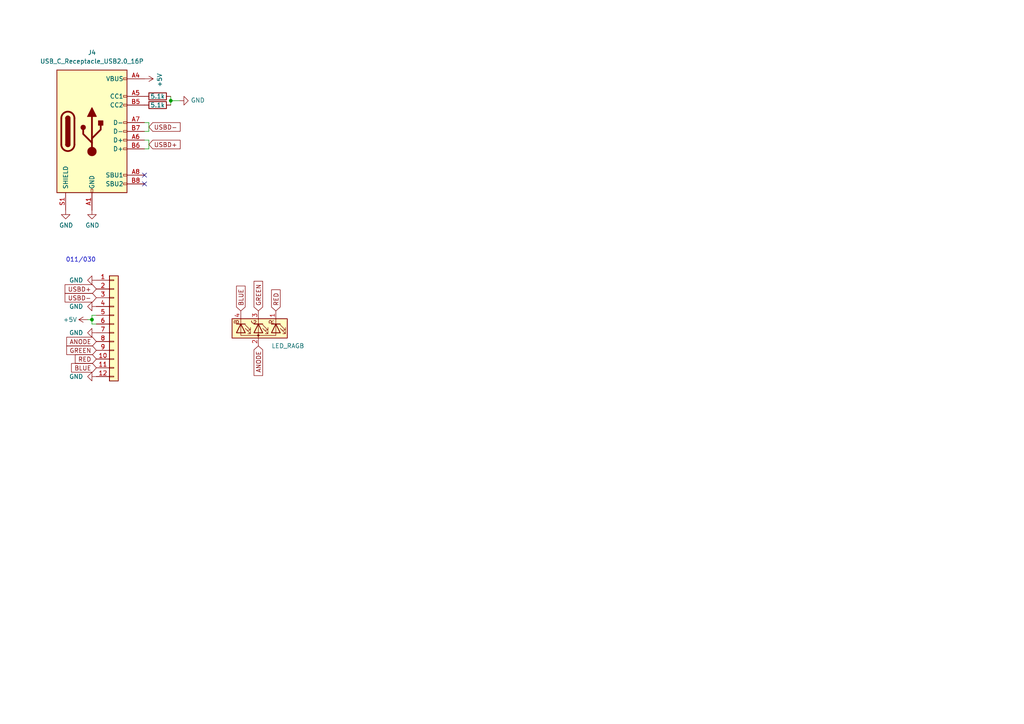
<source format=kicad_sch>
(kicad_sch (version 20231120) (generator "eeschema") (generator_version "8.0")
  (paper "A4")
  (lib_symbols
    (symbol "Connector:USB_C_Receptacle_USB2.0_16P" (pin_names (offset 1.016))
      (property "Reference" "J" (at 0 22.225 0))
      (property "Value" "USB_C_Receptacle_USB2.0_16P" (at 0 19.685 0))
      (symbol "USB_C_Receptacle_USB2.0_16P_0_0"
        (rectangle (start -0.254 -17.78) (end 0.254 -16.764))
        (rectangle (start 10.16 -14.986) (end 9.144 -15.494))
        (rectangle (start 10.16 -12.446) (end 9.144 -12.954))
        (rectangle (start 10.16 -4.826) (end 9.144 -5.334))
        (rectangle (start 10.16 -2.286) (end 9.144 -2.794))
        (rectangle (start 10.16 0.254) (end 9.144 -0.254))
        (rectangle (start 10.16 2.794) (end 9.144 2.286))
        (rectangle (start 10.16 7.874) (end 9.144 7.366))
        (rectangle (start 10.16 10.414) (end 9.144 9.906))
        (rectangle (start 10.16 15.494) (end 9.144 14.986))
      )
      (symbol "USB_C_Receptacle_USB2.0_16P_0_1"
        (rectangle (start -10.16 17.78) (end 10.16 -17.78) (stroke (width 0.254)) (fill (type background)))
        (arc (start -8.89 -3.81) (mid -6.985 -5.7067) (end -5.08 -3.81) (stroke (width 0.508)))
        (arc (start -7.62 -3.81) (mid -6.985 -4.4423) (end -6.35 -3.81) (stroke (width 0.254)))
        (arc (start -7.62 -3.81) (mid -6.985 -4.4423) (end -6.35 -3.81) (stroke (width 0.254)) (fill (type outline)))
        (rectangle (start -7.62 -3.81) (end -6.35 3.81) (stroke (width 0.254)) (fill (type outline)))
        (arc (start -6.35 3.81) (mid -6.985 4.4423) (end -7.62 3.81) (stroke (width 0.254)))
        (arc (start -6.35 3.81) (mid -6.985 4.4423) (end -7.62 3.81) (stroke (width 0.254)) (fill (type outline)))
        (arc (start -5.08 3.81) (mid -6.985 5.7067) (end -8.89 3.81) (stroke (width 0.508)))
        (circle (center -2.54 1.143) (radius 0.635) (stroke (width 0.254)) (fill (type outline)))
        (circle (center 0 -5.842) (radius 1.27) (fill (type outline)))
        (polyline (pts (xy -8.89 -3.81) (xy -8.89 3.81)) (stroke (width 0.508)))
        (polyline (pts (xy -5.08 3.81) (xy -5.08 -3.81)) (stroke (width 0.508)))
        (polyline (pts (xy 0 -5.842) (xy 0 4.318)) (stroke (width 0.508)))
        (polyline (pts (xy 0 -3.302) (xy -2.54 -0.762) (xy -2.54 0.508)) (stroke (width 0.508)))
        (polyline (pts (xy 0 -2.032) (xy 2.54 0.508) (xy 2.54 1.778)) (stroke (width 0.508)))
        (polyline (pts (xy -1.27 4.318) (xy 0 6.858) (xy 1.27 4.318) (xy -1.27 4.318)) (stroke (width 0.254)) (fill (type outline)))
        (rectangle (start 1.905 1.778) (end 3.175 3.048) (stroke (width 0.254)) (fill (type outline)))
      )
      (symbol "USB_C_Receptacle_USB2.0_16P_1_1"
        (pin passive line (at 0 -22.86 90) (length 5.08) (name "GND") (number "A1"))
        (pin passive line (at 0 -22.86 90) (length 5.08) hide (name "GND") (number "A12"))
        (pin passive line (at 15.24 15.24 180) (length 5.08) (name "VBUS") (number "A4"))
        (pin bidirectional line (at 15.24 10.16 180) (length 5.08) (name "CC1") (number "A5"))
        (pin bidirectional line (at 15.24 -2.54 180) (length 5.08) (name "D+") (number "A6"))
        (pin bidirectional line (at 15.24 2.54 180) (length 5.08) (name "D-") (number "A7"))
        (pin bidirectional line (at 15.24 -12.7 180) (length 5.08) (name "SBU1") (number "A8"))
        (pin passive line (at 15.24 15.24 180) (length 5.08) hide (name "VBUS") (number "A9"))
        (pin passive line (at 0 -22.86 90) (length 5.08) hide (name "GND") (number "B1"))
        (pin passive line (at 0 -22.86 90) (length 5.08) hide (name "GND") (number "B12"))
        (pin passive line (at 15.24 15.24 180) (length 5.08) hide (name "VBUS") (number "B4"))
        (pin bidirectional line (at 15.24 7.62 180) (length 5.08) (name "CC2") (number "B5"))
        (pin bidirectional line (at 15.24 -5.08 180) (length 5.08) (name "D+") (number "B6"))
        (pin bidirectional line (at 15.24 0 180) (length 5.08) (name "D-") (number "B7"))
        (pin bidirectional line (at 15.24 -15.24 180) (length 5.08) (name "SBU2") (number "B8"))
        (pin passive line (at 15.24 15.24 180) (length 5.08) hide (name "VBUS") (number "B9"))
        (pin passive line (at -7.62 -22.86 90) (length 5.08) (name "SHIELD") (number "S1"))
      )
    )
    (symbol "Connector_Generic:Conn_01x12" (pin_names (offset 1.016) hide)
      (property "Reference" "J" (at 0 15.24 0))
      (property "Value" "Conn_01x12" (at 0 -17.78 0))
      (symbol "Conn_01x12_1_1"
        (rectangle (start -1.27 -15.113) (end 0 -15.367) (stroke (width 0.1524)))
        (rectangle (start -1.27 -12.573) (end 0 -12.827) (stroke (width 0.1524)))
        (rectangle (start -1.27 -10.033) (end 0 -10.287) (stroke (width 0.1524)))
        (rectangle (start -1.27 -7.493) (end 0 -7.747) (stroke (width 0.1524)))
        (rectangle (start -1.27 -4.953) (end 0 -5.207) (stroke (width 0.1524)))
        (rectangle (start -1.27 -2.413) (end 0 -2.667) (stroke (width 0.1524)))
        (rectangle (start -1.27 0.127) (end 0 -0.127) (stroke (width 0.1524)))
        (rectangle (start -1.27 2.667) (end 0 2.413) (stroke (width 0.1524)))
        (rectangle (start -1.27 5.207) (end 0 4.953) (stroke (width 0.1524)))
        (rectangle (start -1.27 7.747) (end 0 7.493) (stroke (width 0.1524)))
        (rectangle (start -1.27 10.287) (end 0 10.033) (stroke (width 0.1524)))
        (rectangle (start -1.27 12.827) (end 0 12.573) (stroke (width 0.1524)))
        (rectangle (start -1.27 13.97) (end 1.27 -16.51) (stroke (width 0.254)) (fill (type background)))
        (pin passive line (at -5.08 12.7 0) (length 3.81) (name "Pin_1") (number "1"))
        (pin passive line (at -5.08 -10.16 0) (length 3.81) (name "Pin_10") (number "10"))
        (pin passive line (at -5.08 -12.7 0) (length 3.81) (name "Pin_11") (number "11"))
        (pin passive line (at -5.08 -15.24 0) (length 3.81) (name "Pin_12") (number "12"))
        (pin passive line (at -5.08 10.16 0) (length 3.81) (name "Pin_2") (number "2"))
        (pin passive line (at -5.08 7.62 0) (length 3.81) (name "Pin_3") (number "3"))
        (pin passive line (at -5.08 5.08 0) (length 3.81) (name "Pin_4") (number "4"))
        (pin passive line (at -5.08 2.54 0) (length 3.81) (name "Pin_5") (number "5"))
        (pin passive line (at -5.08 0 0) (length 3.81) (name "Pin_6") (number "6"))
        (pin passive line (at -5.08 -2.54 0) (length 3.81) (name "Pin_7") (number "7"))
        (pin passive line (at -5.08 -5.08 0) (length 3.81) (name "Pin_8") (number "8"))
        (pin passive line (at -5.08 -7.62 0) (length 3.81) (name "Pin_9") (number "9"))
      )
    )
    (symbol "Device:LED_RAGB" (pin_names (offset 0) hide)
      (property "Reference" "D" (at 0 9.398 0))
      (property "Value" "LED_RAGB" (at 0 -8.89 0))
      (symbol "LED_RAGB_0_0"
        (text "B" (at -1.905 -6.35 0) (effects (font (size 1.27 1.27))))
        (text "G" (at -1.905 -1.27 0) (effects (font (size 1.27 1.27))))
        (text "R" (at -1.905 3.81 0) (effects (font (size 1.27 1.27))))
      )
      (symbol "LED_RAGB_0_1"
        (polyline (pts (xy -1.27 -5.08) (xy -2.54 -5.08)))
        (polyline (pts (xy -1.27 -5.08) (xy 1.27 -5.08)))
        (polyline (pts (xy -1.27 -3.81) (xy -1.27 -6.35)) (stroke (width 0.254)))
        (polyline (pts (xy -1.27 0) (xy -2.54 0)))
        (polyline (pts (xy -1.27 1.27) (xy -1.27 -1.27)) (stroke (width 0.254)))
        (polyline (pts (xy -1.27 5.08) (xy -2.54 5.08)))
        (polyline (pts (xy -1.27 5.08) (xy 1.27 5.08)))
        (polyline (pts (xy -1.27 6.35) (xy -1.27 3.81)) (stroke (width 0.254)))
        (polyline (pts (xy 1.27 0) (xy -1.27 0)))
        (polyline (pts (xy 1.27 0) (xy 2.54 0)))
        (polyline (pts (xy -1.27 1.27) (xy -1.27 -1.27) (xy -1.27 -1.27)))
        (polyline (pts (xy -1.27 6.35) (xy -1.27 3.81) (xy -1.27 3.81)))
        (polyline (pts (xy 1.27 -5.08) (xy 2.032 -5.08) (xy 2.032 5.08) (xy 1.27 5.08)))
        (polyline (pts (xy 1.27 -3.81) (xy 1.27 -6.35) (xy -1.27 -5.08) (xy 1.27 -3.81)) (stroke (width 0.254)))
        (polyline (pts (xy 1.27 1.27) (xy 1.27 -1.27) (xy -1.27 0) (xy 1.27 1.27)) (stroke (width 0.254)))
        (polyline (pts (xy 1.27 6.35) (xy 1.27 3.81) (xy -1.27 5.08) (xy 1.27 6.35)) (stroke (width 0.254)))
        (polyline (pts (xy -1.016 -3.81) (xy 0.508 -2.286) (xy -0.254 -2.286) (xy 0.508 -2.286) (xy 0.508 -3.048)))
        (polyline (pts (xy -1.016 1.27) (xy 0.508 2.794) (xy -0.254 2.794) (xy 0.508 2.794) (xy 0.508 2.032)))
        (polyline (pts (xy -1.016 6.35) (xy 0.508 7.874) (xy -0.254 7.874) (xy 0.508 7.874) (xy 0.508 7.112)))
        (polyline (pts (xy 0 -3.81) (xy 1.524 -2.286) (xy 0.762 -2.286) (xy 1.524 -2.286) (xy 1.524 -3.048)))
        (polyline (pts (xy 0 1.27) (xy 1.524 2.794) (xy 0.762 2.794) (xy 1.524 2.794) (xy 1.524 2.032)))
        (polyline (pts (xy 0 6.35) (xy 1.524 7.874) (xy 0.762 7.874) (xy 1.524 7.874) (xy 1.524 7.112)))
        (rectangle (start 1.27 -1.27) (end 1.27 1.27))
        (rectangle (start 1.27 1.27) (end 1.27 1.27))
        (rectangle (start 1.27 3.81) (end 1.27 6.35))
        (rectangle (start 1.27 6.35) (end 1.27 6.35))
        (circle (center 2.032 0) (radius 0.254) (fill (type outline)))
        (rectangle (start 2.794 8.382) (end -2.794 -7.62) (stroke (width 0.254)) (fill (type background)))
      )
      (symbol "LED_RAGB_1_1"
        (pin passive line (at -5.08 5.08 0) (length 2.54) (name "RK") (number "1"))
        (pin passive line (at 5.08 0 180) (length 2.54) (name "A") (number "2"))
        (pin passive line (at -5.08 0 0) (length 2.54) (name "GK") (number "3"))
        (pin passive line (at -5.08 -5.08 0) (length 2.54) (name "BK") (number "4"))
      )
    )
    (symbol "Device:R" (pin_numbers hide) (pin_names (offset 0))
      (property "Reference" "R" (at 2.032 0 90))
      (property "Value" "R" (at 0 0 90))
      (symbol "R_0_1"
        (rectangle (start -1.016 -2.54) (end 1.016 2.54) (stroke (width 0.254)))
      )
      (symbol "R_1_1"
        (pin passive line (at 0 3.81 270) (length 1.27) (name "~") (number "1"))
        (pin passive line (at 0 -3.81 90) (length 1.27) (name "~") (number "2"))
      )
    )
    (symbol "power:+5V" (power) (pin_names (offset 0))
      (property "Value" "+5V" (at 0 3.556 0))
      (symbol "+5V_0_1"
        (polyline (pts (xy -0.762 1.27) (xy 0 2.54)))
        (polyline (pts (xy 0 0) (xy 0 2.54)))
        (polyline (pts (xy 0 2.54) (xy 0.762 1.27)))
      )
      (symbol "+5V_1_1"
        (pin power_in line (at 0 0 90) (length 0) hide (name "+5V") (number "1"))
      )
    )
    (symbol "power:GND" (power) (pin_names (offset 0))
      (property "Value" "GND" (at 0 -3.81 0))
      (symbol "GND_0_1"
        (polyline (pts (xy 0 0) (xy 0 -1.27) (xy 1.27 -1.27) (xy 0 -2.54) (xy -1.27 -1.27) (xy 0 -1.27)))
      )
      (symbol "GND_1_1"
        (pin power_in line (at 0 0 270) (length 0) hide (name "GND") (number "1"))
      )
    )
  )
  (junction (at 49.53 29.21))
  (junction (at 26.67 92.71))
  (no_connect (at 41.91 50.8))
  (no_connect (at 41.91 53.34))
  (wire (pts (xy 25.4 92.71) (xy 26.67 92.71)))
  (wire (pts (xy 26.67 92.71) (xy 26.67 93.98)))
  (wire (pts (xy 49.53 30.48) (xy 49.53 29.21)))
  (wire (pts (xy 41.91 40.64) (xy 43.18 40.64)))
  (wire (pts (xy 26.67 93.98) (xy 27.94 93.98)))
  (wire (pts (xy 26.67 91.44) (xy 26.67 92.71)))
  (wire (pts (xy 41.91 43.18) (xy 43.18 43.18)))
  (wire (pts (xy 43.18 35.56) (xy 43.18 38.1)))
  (wire (pts (xy 49.53 27.94) (xy 49.53 29.21)))
  (wire (pts (xy 27.94 91.44) (xy 26.67 91.44)))
  (wire (pts (xy 41.91 35.56) (xy 43.18 35.56)))
  (wire (pts (xy 43.18 38.1) (xy 41.91 38.1)))
  (wire (pts (xy 43.18 40.64) (xy 43.18 43.18)))
  (wire (pts (xy 49.53 29.21) (xy 52.07 29.21)))
  (text "011/030" (at 19.05 76.2 0) (effects (font (size 1.27 1.27)) (justify left bottom)))
  (global_label "BLUE" (shape input) (at 69.85 90.17 90) (property "Intersheetrefs" "${INTERSHEET_REFS}" (effects (hide yes))))
  (global_label "GREEN" (shape input) (at 74.93 90.17 90) (property "Intersheetrefs" "${INTERSHEET_REFS}" (effects (hide yes))))
  (global_label "BLUE" (shape input) (at 27.94 106.68 180) (property "Intersheetrefs" "${INTERSHEET_REFS}" (effects (hide yes))))
  (global_label "USBD+" (shape input) (at 27.94 83.82 180) (property "Intersheetrefs" "${INTERSHEET_REFS}" (effects (hide yes))))
  (global_label "USBD-" (shape input) (at 43.18 36.83 0) (property "Intersheetrefs" "${INTERSHEET_REFS}" (effects (hide yes))))
  (global_label "RED" (shape input) (at 27.94 104.14 180) (property "Intersheetrefs" "${INTERSHEET_REFS}" (effects (hide yes))))
  (global_label "USBD+" (shape input) (at 43.18 41.91 0) (property "Intersheetrefs" "${INTERSHEET_REFS}" (effects (hide yes))))
  (global_label "ANODE" (shape input) (at 27.94 99.06 180) (property "Intersheetrefs" "${INTERSHEET_REFS}" (effects (hide yes))))
  (global_label "ANODE" (shape input) (at 74.93 100.33 270) (property "Intersheetrefs" "${INTERSHEET_REFS}" (effects (hide yes))))
  (global_label "RED" (shape input) (at 80.01 90.17 90) (property "Intersheetrefs" "${INTERSHEET_REFS}" (effects (hide yes))))
  (global_label "GREEN" (shape input) (at 27.94 101.6 180) (property "Intersheetrefs" "${INTERSHEET_REFS}" (effects (hide yes))))
  (global_label "USBD-" (shape input) (at 27.94 86.36 180) (property "Intersheetrefs" "${INTERSHEET_REFS}" (effects (hide yes))))
  (symbol (lib_id "power:GND") (at 27.94 88.9 270) (unit 1)
    (property "Reference" "#PWR02" (effects (hide yes)))
    (property "Value" "GND" (at 24.13 88.9 90) (effects (justify right)))
  )
  (symbol (lib_id "Device:R") (at 45.72 27.94 90) (unit 1)
    (property "Reference" "R4" (effects (hide yes)))
    (property "Value" "5.1k" (at 45.72 27.94 90))
    (property "Footprint" "Resistor_SMD:R_0603_1608Metric_Pad0.98x0.95mm_HandSolder" (effects (hide yes)))
  )
  (symbol (lib_id "power:+5V") (at 41.91 22.86 270) (unit 1)
    (property "Reference" "#PWR011" (effects (hide yes)))
    (property "Value" "+5V" (at 46.3042 23.241 0))
  )
  (symbol (lib_id "Connector:USB_C_Receptacle_USB2.0_16P") (at 26.67 38.1 0) (unit 1)
    (property "Reference" "J4" (at 26.67 15.24 0))
    (property "Value" "USB_C_Receptacle_USB2.0_16P" (at 26.67 17.78 0))
    (property "Footprint" "Connector_Custom:USB_C" (effects (hide yes)))
    (property "Datasheet" "https://www.usb.org/sites/default/files/documents/usb_type-c.zip" (effects (hide yes)))
  )
  (symbol (lib_id "Device:LED_RAGB") (at 74.93 95.25 270) (unit 1)
    (property "Reference" "D1" (effects (hide yes)))
    (property "Value" "LED_RAGB" (at 78.74 100.33 90) (effects (justify left)))
    (property "Footprint" "LED_Custom:FM-3510RGBA-SG" (effects (hide yes)))
  )
  (symbol (lib_id "power:GND") (at 27.94 96.52 270) (unit 1)
    (property "Reference" "#PWR05" (effects (hide yes)))
    (property "Value" "GND" (at 24.13 96.52 90) (effects (justify right)))
  )
  (symbol (lib_id "power:GND") (at 27.94 109.22 270) (unit 1)
    (property "Reference" "#PWR07" (effects (hide yes)))
    (property "Value" "GND" (at 24.13 109.22 90) (effects (justify right)))
  )
  (symbol (lib_id "Device:R") (at 45.72 30.48 270) (unit 1)
    (property "Reference" "R3" (effects (hide yes)))
    (property "Value" "5.1k" (at 45.72 30.48 90))
    (property "Footprint" "Resistor_SMD:R_0603_1608Metric_Pad0.98x0.95mm_HandSolder" (effects (hide yes)))
  )
  (symbol (lib_id "power:GND") (at 52.07 29.21 90) (unit 1)
    (property "Reference" "#PWR010" (effects (hide yes)))
    (property "Value" "GND" (at 55.3212 29.083 90) (effects (justify right)))
  )
  (symbol (lib_id "power:GND") (at 19.05 60.96 0) (unit 1)
    (property "Reference" "#PWR013" (effects (hide yes)))
    (property "Value" "GND" (at 19.177 65.3542 0))
  )
  (symbol (lib_id "power:GND") (at 26.67 60.96 0) (unit 1)
    (property "Reference" "#PWR012" (effects (hide yes)))
    (property "Value" "GND" (at 26.797 65.3542 0))
  )
  (symbol (lib_id "power:+5V") (at 25.4 92.71 90) (unit 1)
    (property "Reference" "#PWR03" (effects (hide yes)))
    (property "Value" "+5V" (at 20.32 92.71 90))
  )
  (symbol (lib_id "Connector_Generic:Conn_01x12") (at 33.02 93.98 0) (unit 1)
    (property "Reference" "J3" (effects (hide yes)))
    (property "Value" "Conn_01x12" (effects (hide yes)))
    (property "Footprint" "Connector_Custom:FPC_Connector" (effects (hide yes)))
  )
  (symbol (lib_id "power:GND") (at 27.94 81.28 270) (unit 1)
    (property "Reference" "#PWR01" (effects (hide yes)))
    (property "Value" "GND" (at 24.13 81.28 90) (effects (justify right)))
  )
)
</source>
